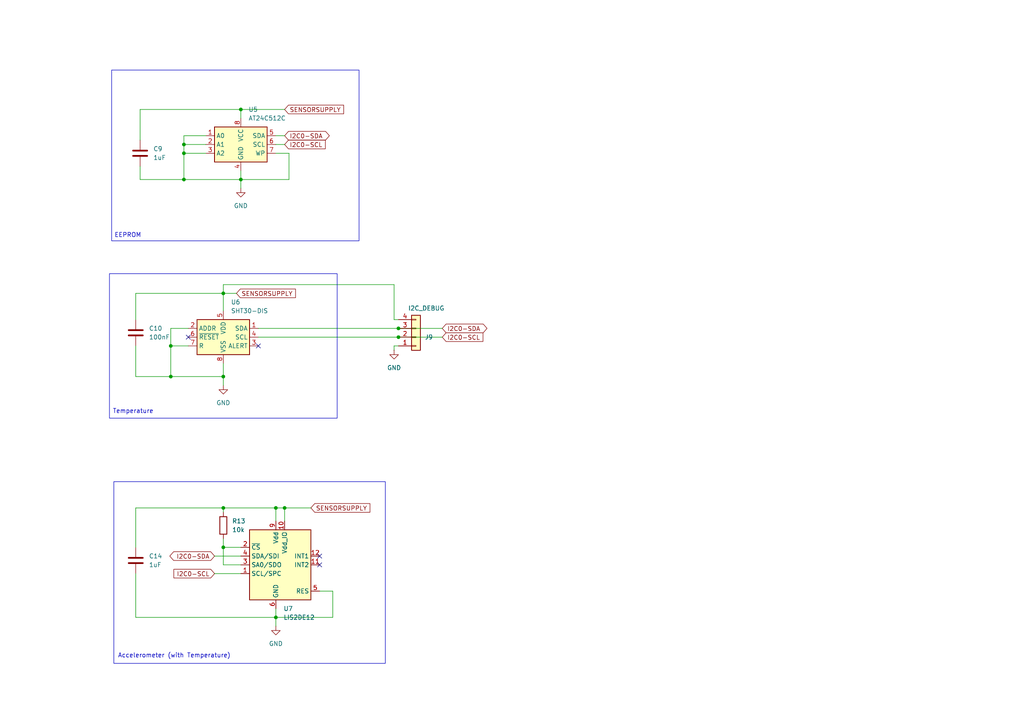
<source format=kicad_sch>
(kicad_sch (version 20231120) (generator "eeschema") (generator_version "8.0")
  (paper "A4")
  (title_block (date "2024-11-26"))
  (lib_symbols
    (symbol "Connector_Generic:Conn_01x04" (pin_names (offset 1.016) hide)
      (property "Reference" "J" (at 0 5.08 0))
      (property "Value" "Conn_01x04" (at 0 -7.62 0))
      (symbol "Conn_01x04_1_1"
        (rectangle (start -1.27 -4.953) (end 0 -5.207) (stroke (width 0.1524)))
        (rectangle (start -1.27 -2.413) (end 0 -2.667) (stroke (width 0.1524)))
        (rectangle (start -1.27 0.127) (end 0 -0.127) (stroke (width 0.1524)))
        (rectangle (start -1.27 2.667) (end 0 2.413) (stroke (width 0.1524)))
        (rectangle (start -1.27 3.81) (end 1.27 -6.35) (stroke (width 0.254)) (fill (type background)))
        (pin passive line (at -5.08 2.54 0) (length 3.81) (name "Pin_1") (number "1"))
        (pin passive line (at -5.08 0 0) (length 3.81) (name "Pin_2") (number "2"))
        (pin passive line (at -5.08 -2.54 0) (length 3.81) (name "Pin_3") (number "3"))
        (pin passive line (at -5.08 -5.08 0) (length 3.81) (name "Pin_4") (number "4"))
      )
    )
    (symbol "Device:C" (pin_numbers hide) (pin_names (offset 0.254))
      (property "Reference" "C" (at 0.635 2.54 0))
      (property "Value" "C" (at 0.635 -2.54 0))
      (symbol "C_0_1"
        (polyline (pts (xy -2.032 -0.762) (xy 2.032 -0.762)) (stroke (width 0.508)))
        (polyline (pts (xy -2.032 0.762) (xy 2.032 0.762)) (stroke (width 0.508)))
      )
      (symbol "C_1_1"
        (pin passive line (at 0 3.81 270) (length 2.794) (name "~") (number "1"))
        (pin passive line (at 0 -3.81 90) (length 2.794) (name "~") (number "2"))
      )
    )
    (symbol "Device:R" (pin_numbers hide) (pin_names (offset 0))
      (property "Reference" "R" (at 2.032 0 90))
      (property "Value" "R" (at 0 0 90))
      (symbol "R_0_1"
        (rectangle (start -1.016 -2.54) (end 1.016 2.54) (stroke (width 0.254)))
      )
      (symbol "R_1_1"
        (pin passive line (at 0 3.81 270) (length 1.27) (name "~") (number "1"))
        (pin passive line (at 0 -3.81 90) (length 1.27) (name "~") (number "2"))
      )
    )
    (symbol "Memory_EEPROM:AT24CS64-MAHM"
      (property "Reference" "U" (at -7.62 6.35 0))
      (property "Value" "AT24CS64-MAHM" (at 2.54 -6.35 0))
      (symbol "AT24CS64-MAHM_1_1"
        (rectangle (start -7.62 5.08) (end 7.62 -5.08) (stroke (width 0.254)) (fill (type background)))
        (pin input line (at -10.16 2.54 0) (length 2.54) (name "A0") (number "1"))
        (pin input line (at -10.16 0 0) (length 2.54) (name "A1") (number "2"))
        (pin input line (at -10.16 -2.54 0) (length 2.54) (name "A2") (number "3"))
        (pin power_in line (at 0 -7.62 90) (length 2.54) (name "GND") (number "4"))
        (pin bidirectional line (at 10.16 2.54 180) (length 2.54) (name "SDA") (number "5"))
        (pin input line (at 10.16 0 180) (length 2.54) (name "SCL") (number "6"))
        (pin input line (at 10.16 -2.54 180) (length 2.54) (name "WP") (number "7"))
        (pin power_in line (at 0 7.62 270) (length 2.54) (name "VCC") (number "8"))
      )
    )
    (symbol "Sensor_Humidity:SHT30-DIS"
      (property "Reference" "U" (at -6.35 6.35 0))
      (property "Value" "SHT30-DIS" (at 6.35 6.35 0))
      (symbol "SHT30-DIS_0_1"
        (rectangle (start -7.62 5.08) (end 7.62 -5.08) (stroke (width 0.254)) (fill (type background)))
      )
      (symbol "SHT30-DIS_1_1"
        (pin bidirectional line (at 10.16 2.54 180) (length 2.54) (name "SDA") (number "1"))
        (pin input line (at -10.16 2.54 0) (length 2.54) (name "ADDR") (number "2"))
        (pin output line (at 10.16 -2.54 180) (length 2.54) (name "ALERT") (number "3"))
        (pin input line (at 10.16 0 180) (length 2.54) (name "SCL") (number "4"))
        (pin power_in line (at 0 7.62 270) (length 2.54) (name "VDD") (number "5"))
        (pin input line (at -10.16 0 0) (length 2.54) (name "~{RESET}") (number "6"))
        (pin passive line (at -10.16 -2.54 0) (length 2.54) (name "R") (number "7"))
        (pin power_in line (at 0 -7.62 90) (length 2.54) (name "VSS") (number "8"))
        (pin passive line (at 0 -7.62 90) (length 2.54) hide (name "VSS") (number "9"))
      )
    )
    (symbol "Sensor_Motion:LIS2DE12"
      (property "Reference" "U" (at -5.08 11.43 0))
      (property "Value" "LIS2DE12" (at 3.81 11.43 0))
      (symbol "LIS2DE12_0_1"
        (rectangle (start -7.62 10.16) (end 10.16 -10.16) (stroke (width 0.254)) (fill (type background)))
      )
      (symbol "LIS2DE12_1_1"
        (pin input line (at -10.16 -2.54 0) (length 2.54) (name "SCL/SPC") (number "1"))
        (pin power_in line (at 2.54 12.7 270) (length 2.54) (name "Vdd_IO") (number "10"))
        (pin output line (at 12.7 0 180) (length 2.54) (name "INT2") (number "11"))
        (pin output line (at 12.7 2.54 180) (length 2.54) (name "INT1") (number "12"))
        (pin input line (at -10.16 5.08 0) (length 2.54) (name "~{CS}") (number "2"))
        (pin bidirectional line (at -10.16 0 0) (length 2.54) (name "SA0/SDO") (number "3"))
        (pin bidirectional line (at -10.16 2.54 0) (length 2.54) (name "SDA/SDI") (number "4"))
        (pin passive line (at 12.7 -7.62 180) (length 2.54) (name "RES") (number "5"))
        (pin power_in line (at 0 -12.7 90) (length 2.54) (name "GND") (number "6"))
        (pin passive line (at 0 -12.7 90) (length 2.54) hide (name "GND") (number "7"))
        (pin passive line (at 0 -12.7 90) (length 2.54) hide (name "GND") (number "8"))
        (pin power_in line (at 0 12.7 270) (length 2.54) (name "Vdd") (number "9"))
      )
    )
    (symbol "power:GND" (power) (pin_numbers hide) (pin_names (offset 0) hide)
      (property "Value" "GND" (at 0 -3.81 0))
      (symbol "GND_0_1"
        (polyline (pts (xy 0 0) (xy 0 -1.27) (xy 1.27 -1.27) (xy 0 -2.54) (xy -1.27 -1.27) (xy 0 -1.27)))
      )
      (symbol "GND_1_1"
        (pin power_in line (at 0 0 270) (length 0) (name "~") (number "1"))
      )
    )
  )
  (junction (at 69.85 31.75))
  (junction (at 82.55 147.32))
  (junction (at 64.77 109.22))
  (junction (at 80.01 179.07))
  (junction (at 53.34 41.91))
  (junction (at 115.57 95.25))
  (junction (at 64.77 147.32))
  (junction (at 64.77 158.75))
  (junction (at 69.85 52.07))
  (junction (at 115.57 97.79))
  (junction (at 49.53 109.22))
  (junction (at 80.01 147.32))
  (junction (at 53.34 44.45))
  (junction (at 64.77 85.09))
  (junction (at 53.34 52.07))
  (junction (at 49.53 100.33))
  (no_connect (at 92.71 163.83))
  (no_connect (at 74.93 100.33))
  (no_connect (at 92.71 161.29))
  (no_connect (at 54.61 97.79))
  (wire (pts (xy 64.77 82.55) (xy 114.3 82.55)))
  (wire (pts (xy 49.53 95.25) (xy 49.53 100.33)))
  (wire (pts (xy 64.77 163.83) (xy 64.77 158.75)))
  (wire (pts (xy 83.82 44.45) (xy 80.01 44.45)))
  (wire (pts (xy 69.85 52.07) (xy 69.85 54.61)))
  (wire (pts (xy 96.52 171.45) (xy 92.71 171.45)))
  (wire (pts (xy 69.85 163.83) (xy 64.77 163.83)))
  (wire (pts (xy 39.37 100.33) (xy 39.37 109.22)))
  (wire (pts (xy 40.64 52.07) (xy 40.64 48.26)))
  (wire (pts (xy 82.55 147.32) (xy 90.17 147.32)))
  (wire (pts (xy 64.77 158.75) (xy 69.85 158.75)))
  (wire (pts (xy 115.57 97.79) (xy 128.27 97.79)))
  (wire (pts (xy 80.01 179.07) (xy 39.37 179.07)))
  (wire (pts (xy 80.01 176.53) (xy 80.01 179.07)))
  (wire (pts (xy 64.77 156.21) (xy 64.77 158.75)))
  (wire (pts (xy 80.01 179.07) (xy 96.52 179.07)))
  (wire (pts (xy 69.85 31.75) (xy 82.55 31.75)))
  (wire (pts (xy 69.85 52.07) (xy 53.34 52.07)))
  (wire (pts (xy 39.37 109.22) (xy 49.53 109.22)))
  (wire (pts (xy 40.64 31.75) (xy 69.85 31.75)))
  (wire (pts (xy 64.77 85.09) (xy 68.58 85.09)))
  (wire (pts (xy 115.57 95.25) (xy 128.27 95.25)))
  (wire (pts (xy 69.85 31.75) (xy 69.85 34.29)))
  (wire (pts (xy 49.53 100.33) (xy 49.53 109.22)))
  (wire (pts (xy 69.85 49.53) (xy 69.85 52.07)))
  (wire (pts (xy 53.34 52.07) (xy 40.64 52.07)))
  (wire (pts (xy 115.57 100.33) (xy 114.3 100.33)))
  (wire (pts (xy 82.55 151.13) (xy 82.55 147.32)))
  (wire (pts (xy 62.23 161.29) (xy 69.85 161.29)))
  (wire (pts (xy 80.01 147.32) (xy 80.01 151.13)))
  (wire (pts (xy 74.93 97.79) (xy 115.57 97.79)))
  (wire (pts (xy 53.34 44.45) (xy 59.69 44.45)))
  (wire (pts (xy 80.01 41.91) (xy 82.55 41.91)))
  (wire (pts (xy 114.3 100.33) (xy 114.3 101.6)))
  (wire (pts (xy 96.52 179.07) (xy 96.52 171.45)))
  (wire (pts (xy 114.3 82.55) (xy 114.3 92.71)))
  (wire (pts (xy 53.34 39.37) (xy 53.34 41.91)))
  (wire (pts (xy 62.23 166.37) (xy 69.85 166.37)))
  (wire (pts (xy 39.37 147.32) (xy 39.37 158.75)))
  (wire (pts (xy 64.77 147.32) (xy 80.01 147.32)))
  (wire (pts (xy 53.34 52.07) (xy 53.34 44.45)))
  (wire (pts (xy 69.85 52.07) (xy 83.82 52.07)))
  (wire (pts (xy 82.55 147.32) (xy 80.01 147.32)))
  (wire (pts (xy 53.34 41.91) (xy 59.69 41.91)))
  (wire (pts (xy 40.64 40.64) (xy 40.64 31.75)))
  (wire (pts (xy 53.34 44.45) (xy 53.34 41.91)))
  (wire (pts (xy 39.37 147.32) (xy 64.77 147.32)))
  (wire (pts (xy 64.77 109.22) (xy 64.77 105.41)))
  (wire (pts (xy 64.77 85.09) (xy 64.77 82.55)))
  (wire (pts (xy 59.69 39.37) (xy 53.34 39.37)))
  (wire (pts (xy 39.37 179.07) (xy 39.37 166.37)))
  (wire (pts (xy 114.3 92.71) (xy 115.57 92.71)))
  (wire (pts (xy 83.82 52.07) (xy 83.82 44.45)))
  (wire (pts (xy 64.77 109.22) (xy 64.77 111.76)))
  (wire (pts (xy 64.77 147.32) (xy 64.77 148.59)))
  (wire (pts (xy 74.93 95.25) (xy 115.57 95.25)))
  (wire (pts (xy 39.37 92.71) (xy 39.37 85.09)))
  (wire (pts (xy 64.77 85.09) (xy 64.77 90.17)))
  (wire (pts (xy 54.61 95.25) (xy 49.53 95.25)))
  (wire (pts (xy 80.01 39.37) (xy 82.55 39.37)))
  (wire (pts (xy 49.53 100.33) (xy 54.61 100.33)))
  (wire (pts (xy 80.01 179.07) (xy 80.01 181.61)))
  (wire (pts (xy 39.37 85.09) (xy 64.77 85.09)))
  (wire (pts (xy 49.53 109.22) (xy 64.77 109.22)))
  (rectangle (start 33.02 139.7) (end 111.76 192.405))
  (rectangle (start 32.385 20.32) (end 104.14 69.85))
  (rectangle (start 31.75 79.375) (end 97.79 121.285))
  (text "EEPROM" (at 37.084 68.326 0) (effects (font (size 1.27 1.27))))
  (text "Temperature" (at 38.608 119.38 0) (effects (font (size 1.27 1.27))))
  (text "Accelerometer (with Temperature)" (at 50.546 190.246 0) (effects (font (size 1.27 1.27))))
  (global_label "I2C0-SCL" (shape input) (at 128.27 97.79 0) (property "Intersheetrefs" "${INTERSHEET_REFS}" (effects (hide yes))))
  (global_label "I2C0-SDA" (shape bidirectional) (at 62.23 161.29 180) (property "Intersheetrefs" "${INTERSHEET_REFS}" (effects (hide yes))))
  (global_label "I2C0-SDA" (shape bidirectional) (at 128.27 95.25 0) (property "Intersheetrefs" "${INTERSHEET_REFS}" (effects (hide yes))))
  (global_label "SENSORSUPPLY" (shape input) (at 90.17 147.32 0) (property "Intersheetrefs" "${INTERSHEET_REFS}" (effects (hide yes))))
  (global_label "I2C0-SCL" (shape input) (at 62.23 166.37 180) (property "Intersheetrefs" "${INTERSHEET_REFS}" (effects (hide yes))))
  (global_label "SENSORSUPPLY" (shape input) (at 82.55 31.75 0) (property "Intersheetrefs" "${INTERSHEET_REFS}" (effects (hide yes))))
  (global_label "I2C0-SDA" (shape bidirectional) (at 82.55 39.37 0) (property "Intersheetrefs" "${INTERSHEET_REFS}" (effects (hide yes))))
  (global_label "I2C0-SCL" (shape input) (at 82.55 41.91 0) (property "Intersheetrefs" "${INTERSHEET_REFS}" (effects (hide yes))))
  (global_label "SENSORSUPPLY" (shape input) (at 68.58 85.09 0) (property "Intersheetrefs" "${INTERSHEET_REFS}" (effects (hide yes))))
  (symbol (lib_id "power:GND") (at 80.01 181.61 0) (unit 1)
    (property "Reference" "#PWR09" (effects (hide yes)))
    (property "Value" "GND" (at 80.01 186.69 0))
    (property "Description" "Power symbol creates a global label with name \"GND\" , ground" (effects (hide yes)))
  )
  (symbol (lib_id "power:GND") (at 64.77 111.76 0) (unit 1)
    (property "Reference" "#PWR07" (effects (hide yes)))
    (property "Value" "GND" (at 64.77 116.84 0))
    (property "Description" "Power symbol creates a global label with name \"GND\" , ground" (effects (hide yes)))
  )
  (symbol (lib_id "Sensor_Humidity:SHT30-DIS") (at 64.77 97.79 0) (unit 1)
    (property "Reference" "U6" (at 66.9641 87.63 0) (effects (justify left)))
    (property "Value" "SHT30-DIS" (at 66.9641 90.17 0) (effects (justify left)))
    (property "Footprint" "Sensor_Humidity:Sensirion_DFN-8-1EP_2.5x2.5mm_P0.5mm_EP1.1x1.7mm" (effects (hide yes)))
    (property "Datasheet" "https://www.sensirion.com/fileadmin/user_upload/customers/sensirion/Dokumente/2_Humidity_Sensors/Datasheets/Sensirion_Humidity_Sensors_SHT3x_Datasheet_digital.pdf" (effects (hide yes)))
    (property "Description" "I²C humidity and temperature sensor, ±2%RH, ±0.2°C, DFN-8" (effects (hide yes)))
    (property "LCSC" "C77361" (effects (hide yes)))
  )
  (symbol (lib_id "Memory_EEPROM:AT24CS64-MAHM") (at 69.85 41.91 0) (unit 1)
    (property "Reference" "U5" (at 72.0441 31.75 0) (effects (justify left)))
    (property "Value" "AT24C512C" (at 72.0441 34.29 0) (effects (justify left)))
    (property "Footprint" "Package_SO:SOIC-8_3.9x4.9mm_P1.27mm" (effects (hide yes)))
    (property "Datasheet" "http://ww1.microchip.com/downloads/en/DeviceDoc/Atmel-8870-SEEPROM-AT24CS64-Datasheet.pdf" (effects (hide yes)))
    (property "Description" "I2C Serial EEPROM, 64Kb (8192x8) with Unique Serial Number, UDFN8" (effects (hide yes)))
    (property "LCSC" "C12371" (effects (hide yes)))
  )
  (symbol (lib_id "Device:C") (at 39.37 96.52 0) (unit 1)
    (property "Reference" "C10" (at 43.18 95.2499 0) (effects (justify left)))
    (property "Value" "100nF" (at 43.18 97.7899 0) (effects (justify left)))
    (property "Footprint" "Capacitor_SMD:C_0603_1608Metric" (effects (hide yes)))
    (property "Description" "Unpolarized capacitor" (effects (hide yes)))
    (property "LCSC" "C14663" (effects (hide yes)))
  )
  (symbol (lib_id "Device:C") (at 39.37 162.56 0) (unit 1)
    (property "Reference" "C14" (at 43.18 161.2899 0) (effects (justify left)))
    (property "Value" "1uF" (at 43.18 163.8299 0) (effects (justify left)))
    (property "Footprint" "Capacitor_SMD:C_0805_2012Metric" (effects (hide yes)))
    (property "Description" "Unpolarized capacitor" (effects (hide yes)))
    (property "LCSC" "C28323" (effects (hide yes)))
  )
  (symbol (lib_id "Device:R") (at 64.77 152.4 0) (unit 1)
    (property "Reference" "R13" (at 67.31 151.1299 0) (effects (justify left)))
    (property "Value" "10k" (at 67.31 153.6699 0) (effects (justify left)))
    (property "Footprint" "Resistor_SMD:R_0603_1608Metric" (effects (hide yes)))
    (property "Description" "Resistor" (effects (hide yes)))
    (property "LCSC" "C25804" (effects (hide yes)))
  )
  (symbol (lib_id "Connector_Generic:Conn_01x04") (at 120.65 97.79 0) (mirror x) (unit 1)
    (property "Reference" "J9" (at 123.19 97.7901 0) (effects (justify left)))
    (property "Value" "I2C_DEBUG" (at 118.364 89.408 0) (effects (justify left)))
    (property "Footprint" "Connector_PinHeader_2.54mm:PinHeader_1x04_P2.54mm_Vertical" (effects (hide yes)))
    (property "Description" "Generic connector, single row, 01x04, script generated (kicad-library-utils/schlib/autogen/connector/)" (effects (hide yes)))
  )
  (symbol (lib_id "power:GND") (at 69.85 54.61 0) (unit 1)
    (property "Reference" "#PWR06" (effects (hide yes)))
    (property "Value" "GND" (at 69.85 59.69 0))
    (property "Description" "Power symbol creates a global label with name \"GND\" , ground" (effects (hide yes)))
  )
  (symbol (lib_id "Sensor_Motion:LIS2DE12") (at 80.01 163.83 0) (unit 1)
    (property "Reference" "U7" (at 82.2041 176.53 0) (effects (justify left)))
    (property "Value" "LIS2DE12" (at 82.2041 179.07 0) (effects (justify left)))
    (property "Footprint" "Package_LGA:LGA-12_2x2mm_P0.5mm" (effects (hide yes)))
    (property "Datasheet" "https://www.st.com/resource/en/datasheet/lis2DE12.pdf" (effects (hide yes)))
    (property "Description" "3-Axis Accelerometer, 2/4/8/16g range, I2C/SPI interface" (effects (hide yes)))
    (property "LCSC" "C110926" (effects (hide yes)))
  )
  (symbol (lib_id "Device:C") (at 40.64 44.45 0) (unit 1)
    (property "Reference" "C9" (at 44.45 43.1799 0) (effects (justify left)))
    (property "Value" "1uF" (at 44.45 45.7199 0) (effects (justify left)))
    (property "Footprint" "Capacitor_SMD:C_0805_2012Metric" (effects (hide yes)))
    (property "Description" "Unpolarized capacitor" (effects (hide yes)))
    (property "LCSC" "C28323" (effects (hide yes)))
  )
  (symbol (lib_id "power:GND") (at 114.3 101.6 0) (unit 1)
    (property "Reference" "#PWR042" (effects (hide yes)))
    (property "Value" "GND" (at 114.3 106.68 0))
    (property "Description" "Power symbol creates a global label with name \"GND\" , ground" (effects (hide yes)))
  )
)
</source>
